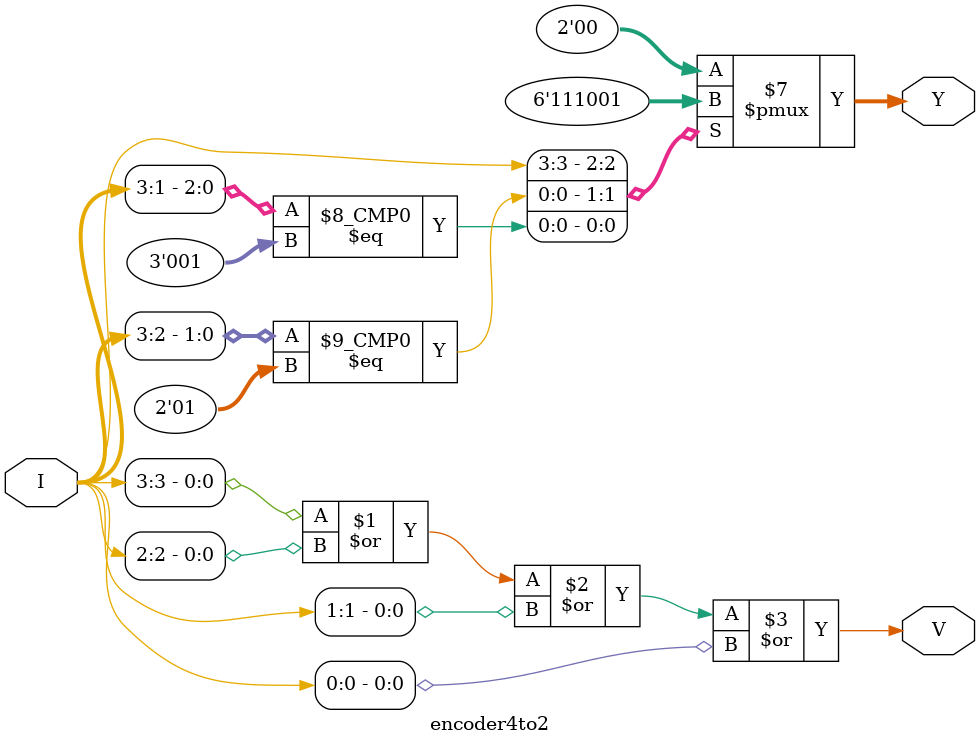
<source format=v>
module encoder4to2(I,Y,V);
input [3:0]I;
output reg [1:0] Y;
output V;

assign V = I[3]|I[2]|I[1]|I[0];
always @(I[3] or I[2] or I[1] or I[0])
	casex(I)
		4'b1xxx: Y = 2'b11;
		4'b01xx: Y = 2'b10;
		4'b001x: Y = 2'b01;
		4'b0001: Y = 2'b00;
		default: Y = 2'b00;
	endcase
endmodule
			
</source>
